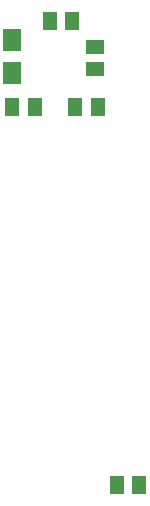
<source format=gbp>
G04 (created by PCBNEW (2013-07-07 BZR 4022)-stable) date 3/13/2015 2:12:22 PM*
%MOIN*%
G04 Gerber Fmt 3.4, Leading zero omitted, Abs format*
%FSLAX34Y34*%
G01*
G70*
G90*
G04 APERTURE LIST*
%ADD10C,0.00590551*%
%ADD11R,0.059X0.0512*%
%ADD12R,0.0512X0.059*%
%ADD13R,0.0591X0.0768*%
G04 APERTURE END LIST*
G54D10*
G54D11*
X63469Y-44350D03*
X63469Y-43600D03*
G54D12*
X60708Y-45621D03*
X61458Y-45621D03*
X61960Y-42731D03*
X62710Y-42731D03*
X62803Y-45593D03*
X63553Y-45593D03*
X64191Y-58208D03*
X64941Y-58208D03*
G54D13*
X60713Y-44461D03*
X60713Y-43379D03*
M02*

</source>
